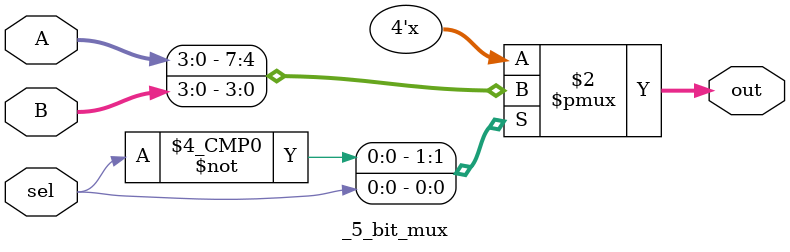
<source format=sv>
module _5_bit_mux(
    input wire [3:0] A,
    input wire [3:0] B,
    input wire sel,
    output reg[3:0] out
);

    always @(*) begin
        case (sel)
            1'b0: out = A;
            1'b1: out = B;
        endcase
    end

endmodule
</source>
